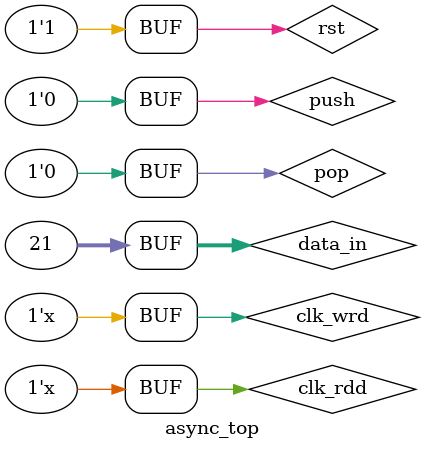
<source format=v>
module async_top;

  reg clk_rdd, clk_wrd, rst, pop, push;
  reg [31:0] data_in;
  reg [31:0] data_out;
  reg 	     empty, full;

  initial begin // initial pop domain clock
    clk_rdd = 1'b0;
  end

  always begin // pop domain clock application
    #9 clk_rdd = ~clk_rdd;
  end
  
  initial begin // initial push domain clock
    clk_wrd = 1'b0;
  end

  always begin // push domain clock application
    #5 clk_wrd = ~clk_wrd;
  end
  
  task push_t;
    input reg [31:0] num;
    begin
      data_in <= num;
      push <= 1'b1;
      #10 push <= 1'b0;
    end
  endtask // pop_t
  
  task pop_t;
    begin
      pop <= 1'b1;
      #18 pop <= 1'b0;
    end
  endtask // pop_t
 
  initial begin
    rst = 1'b1;
    #100
    rst = 1'b0;
    #40
    rst = 1'b1;
    pop_t();
    #18
    #18
    pop_t();
    #18
    #18
    pop_t(); 
    pop_t();
    pop_t();
    pop_t();
    #18
    pop_t(); 
    pop_t();
    #18
    #18
    #18
    #18
    pop_t(); 
    pop_t();
    #18
    #18
    #18
    pop_t(); 
    pop_t();
    pop_t();
    pop_t();
    pop_t(); 
    pop_t();
    pop_t();
    pop_t();
    #200
    pop_t();
    #200
    pop_t();
  end // initial begin
  
  initial begin
    #100
    #40
    push_t(1);
    push_t(2);
    #10
    #10
    push_t(3); 
    push_t(4);
    push_t(5); 
    push_t(6);
    #10
    #10
    #10
    #10
    #10
    #10 
    push_t(7);
    push_t(8);
    push_t(9);
    #10
    push_t(10);
    #10
    push_t(11);
    #10
    #10
    push_t(12);
    #10
    #10
    #10
    push_t(13); 
    push_t(14);
    push_t(15);
    push_t(1);
    push_t(2);
    push_t(3);
    #10
    push_t(4);
    push_t(5);
    push_t(6);
    push_t(7); 
    push_t(8); 
    push_t(9);
    push_t(10);
    push_t(11);
    push_t(12);
    #200
    push_t(13);
    #200
    push_t(14);
    push_t(15);
    push_t(16);
    push_t(17); 
    push_t(18); 
    push_t(19);
    push_t(20);
    push_t(21);
  end // initial begin
  
  
  async_fifo async_fifo(.clk_wrd(clk_wrd), .clk_rdd(clk_rdd), .rst(rst), .pop(pop), .push(push),
		    .data_in(data_in), .data_out(data_out), .empty(empty),
		    .full(full));
 
    
endmodule // top
</source>
